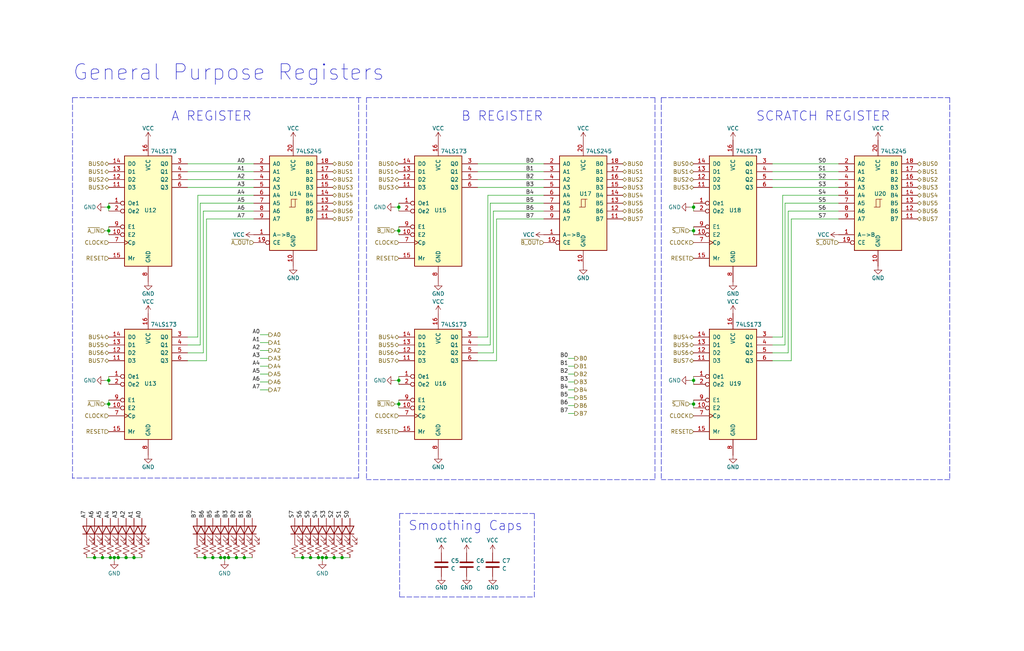
<source format=kicad_sch>
(kicad_sch (version 20211123) (generator eeschema)
  (paper "User" 329.997 210.007)
  (lib_symbols
    (symbol "74xx:74LS173" (pin_names (offset 1.016))
      (property "Reference" "U" (at -7.62 19.05 0))
      (property "Value" "74LS173" (at -7.62 -19.05 0))
      (symbol "74LS173_1_0"
        (pin input inverted (at -12.7 2.54 0) (length 5.08) (name "Oe1") (number "1"))
        (pin input inverted (at -12.7 -7.62 0) (length 5.08) (name "E2") (number "10"))
        (pin input line (at -12.7 7.62 0) (length 5.08) (name "D3") (number "11"))
        (pin input line (at -12.7 10.16 0) (length 5.08) (name "D2") (number "12"))
        (pin input line (at -12.7 12.7 0) (length 5.08) (name "D1") (number "13"))
        (pin input line (at -12.7 15.24 0) (length 5.08) (name "D0") (number "14"))
        (pin input line (at -12.7 -15.24 0) (length 5.08) (name "Mr") (number "15"))
        (pin power_in line (at 0 22.86 270) (length 5.08) (name "VCC") (number "16"))
        (pin input inverted (at -12.7 0 0) (length 5.08) (name "Oe2") (number "2"))
        (pin tri_state line (at 12.7 15.24 180) (length 5.08) (name "Q0") (number "3"))
        (pin tri_state line (at 12.7 12.7 180) (length 5.08) (name "Q1") (number "4"))
        (pin tri_state line (at 12.7 10.16 180) (length 5.08) (name "Q2") (number "5"))
        (pin tri_state line (at 12.7 7.62 180) (length 5.08) (name "Q3") (number "6"))
        (pin input clock (at -12.7 -10.16 0) (length 5.08) (name "Cp") (number "7"))
        (pin power_in line (at 0 -22.86 90) (length 5.08) (name "GND") (number "8"))
        (pin input inverted (at -12.7 -5.08 0) (length 5.08) (name "E1") (number "9"))
      )
      (symbol "74LS173_1_1"
        (rectangle (start -7.62 17.78) (end 7.62 -17.78) (stroke (width 0.254)) (fill (type background)))
      )
    )
    (symbol "74xx:74LS245" (pin_names (offset 1.016))
      (property "Reference" "U" (at -7.62 16.51 0))
      (property "Value" "74LS245" (at -7.62 -16.51 0))
      (symbol "74LS245_1_0"
        (polyline (pts (xy -0.635 -1.27) (xy -0.635 1.27) (xy 0.635 1.27)))
        (polyline (pts (xy -1.27 -1.27) (xy 0.635 -1.27) (xy 0.635 1.27) (xy 1.27 1.27)))
        (pin input line (at -12.7 -10.16 0) (length 5.08) (name "A->B") (number "1"))
        (pin power_in line (at 0 -20.32 90) (length 5.08) (name "GND") (number "10"))
        (pin tri_state line (at 12.7 -5.08 180) (length 5.08) (name "B7") (number "11"))
        (pin tri_state line (at 12.7 -2.54 180) (length 5.08) (name "B6") (number "12"))
        (pin tri_state line (at 12.7 0 180) (length 5.08) (name "B5") (number "13"))
        (pin tri_state line (at 12.7 2.54 180) (length 5.08) (name "B4") (number "14"))
        (pin tri_state line (at 12.7 5.08 180) (length 5.08) (name "B3") (number "15"))
        (pin tri_state line (at 12.7 7.62 180) (length 5.08) (name "B2") (number "16"))
        (pin tri_state line (at 12.7 10.16 180) (length 5.08) (name "B1") (number "17"))
        (pin tri_state line (at 12.7 12.7 180) (length 5.08) (name "B0") (number "18"))
        (pin input inverted (at -12.7 -12.7 0) (length 5.08) (name "CE") (number "19"))
        (pin tri_state line (at -12.7 12.7 0) (length 5.08) (name "A0") (number "2"))
        (pin power_in line (at 0 20.32 270) (length 5.08) (name "VCC") (number "20"))
        (pin tri_state line (at -12.7 10.16 0) (length 5.08) (name "A1") (number "3"))
        (pin tri_state line (at -12.7 7.62 0) (length 5.08) (name "A2") (number "4"))
        (pin tri_state line (at -12.7 5.08 0) (length 5.08) (name "A3") (number "5"))
        (pin tri_state line (at -12.7 2.54 0) (length 5.08) (name "A4") (number "6"))
        (pin tri_state line (at -12.7 0 0) (length 5.08) (name "A5") (number "7"))
        (pin tri_state line (at -12.7 -2.54 0) (length 5.08) (name "A6") (number "8"))
        (pin tri_state line (at -12.7 -5.08 0) (length 5.08) (name "A7") (number "9"))
      )
      (symbol "74LS245_1_1"
        (rectangle (start -7.62 15.24) (end 7.62 -15.24) (stroke (width 0.254)) (fill (type background)))
      )
    )
    (symbol "Device:C" (pin_numbers hide) (pin_names (offset 0.254))
      (property "Reference" "C" (at 0.635 2.54 0))
      (property "Value" "C" (at 0.635 -2.54 0))
      (symbol "C_0_1"
        (polyline (pts (xy -2.032 -0.762) (xy 2.032 -0.762)) (stroke (width 0.508)))
        (polyline (pts (xy -2.032 0.762) (xy 2.032 0.762)) (stroke (width 0.508)))
      )
      (symbol "C_1_1"
        (pin passive line (at 0 3.81 270) (length 2.794) (name "~") (number "1"))
        (pin passive line (at 0 -3.81 90) (length 2.794) (name "~") (number "2"))
      )
    )
    (symbol "Device:LED" (pin_numbers hide) (pin_names (offset 1.016) hide)
      (property "Reference" "D" (at 0 2.54 0))
      (property "Value" "LED" (at 0 -2.54 0))
      (symbol "LED_0_1"
        (polyline (pts (xy -1.27 -1.27) (xy -1.27 1.27)) (stroke (width 0.254)))
        (polyline (pts (xy -1.27 0) (xy 1.27 0)))
        (polyline (pts (xy 1.27 -1.27) (xy 1.27 1.27) (xy -1.27 0) (xy 1.27 -1.27)) (stroke (width 0.254)))
        (polyline (pts (xy -3.048 -0.762) (xy -4.572 -2.286) (xy -3.81 -2.286) (xy -4.572 -2.286) (xy -4.572 -1.524)))
        (polyline (pts (xy -1.778 -0.762) (xy -3.302 -2.286) (xy -2.54 -2.286) (xy -3.302 -2.286) (xy -3.302 -1.524)))
      )
      (symbol "LED_1_1"
        (pin passive line (at -3.81 0 0) (length 2.54) (name "K") (number "1"))
        (pin passive line (at 3.81 0 180) (length 2.54) (name "A") (number "2"))
      )
    )
    (symbol "Device:R_Small_US" (pin_numbers hide) (pin_names (offset 0.254) hide)
      (property "Reference" "R" (at 0.762 0.508 0))
      (property "Value" "R_Small_US" (at 0.762 -1.016 0))
      (symbol "R_Small_US_1_1"
        (polyline (pts (xy 0 0) (xy 1.016 -0.381) (xy 0 -0.762) (xy -1.016 -1.143) (xy 0 -1.524)))
        (polyline (pts (xy 0 1.524) (xy 1.016 1.143) (xy 0 0.762) (xy -1.016 0.381) (xy 0 0)))
        (pin passive line (at 0 2.54 270) (length 1.016) (name "~") (number "1"))
        (pin passive line (at 0 -2.54 90) (length 1.016) (name "~") (number "2"))
      )
    )
    (symbol "power:GND" (power) (pin_names (offset 0))
      (property "Value" "GND" (at 0 -3.81 0))
      (symbol "GND_0_1"
        (polyline (pts (xy 0 0) (xy 0 -1.27) (xy 1.27 -1.27) (xy 0 -2.54) (xy -1.27 -1.27) (xy 0 -1.27)))
      )
      (symbol "GND_1_1"
        (pin power_in line (at 0 0 270) (length 0) hide (name "GND") (number "1"))
      )
    )
    (symbol "power:VCC" (power) (pin_names (offset 0))
      (property "Value" "VCC" (at 0 3.81 0))
      (symbol "VCC_0_1"
        (polyline (pts (xy -0.762 1.27) (xy 0 2.54)))
        (polyline (pts (xy 0 0) (xy 0 2.54)))
        (polyline (pts (xy 0 2.54) (xy 0.762 1.27)))
      )
      (symbol "VCC_1_1"
        (pin power_in line (at 0 0 90) (length 0) hide (name "VCC") (number "1"))
      )
    )
  )
  (junction (at 223.52 122.682))
  (junction (at 38.1 179.832))
  (junction (at 128.524 122.682))
  (junction (at 36.83 179.832))
  (junction (at 110.236 179.832))
  (junction (at 40.64 179.832))
  (junction (at 78.74 179.832))
  (junction (at 223.52 66.802))
  (junction (at 66.04 179.832))
  (junction (at 72.39 179.832))
  (junction (at 35.052 122.682))
  (junction (at 35.56 179.832))
  (junction (at 35.052 130.302))
  (junction (at 223.52 130.302))
  (junction (at 30.48 179.832))
  (junction (at 102.616 179.832))
  (junction (at 35.052 74.422))
  (junction (at 73.66 179.832))
  (junction (at 33.02 179.832))
  (junction (at 100.076 179.832))
  (junction (at 128.524 130.302))
  (junction (at 128.524 74.422))
  (junction (at 76.2 179.832))
  (junction (at 103.886 179.832))
  (junction (at 107.696 179.832))
  (junction (at 105.156 179.832))
  (junction (at 128.524 66.802))
  (junction (at 35.052 66.802))
  (junction (at 223.52 74.422))
  (junction (at 71.12 179.832))
  (junction (at 68.58 179.832))
  (junction (at 97.536 179.832))
  (junction (at 43.18 179.832))
  (wire (pts (xy 159.004 68.072) (xy 159.004 113.792)))
  (wire (pts (xy 128.524 130.302) (xy 128.524 131.572)))
  (wire (pts (xy 71.12 179.832) (xy 72.39 179.832)))
  (wire (pts (xy 100.076 179.832) (xy 102.616 179.832)))
  (wire (pts (xy 255.016 116.332) (xy 255.016 70.612)))
  (wire (pts (xy 248.92 111.252) (xy 252.984 111.252)))
  (wire (pts (xy 81.788 68.072) (xy 65.532 68.072)))
  (wire (pts (xy 157.988 65.532) (xy 175.26 65.532)))
  (wire (pts (xy 128.524 122.682) (xy 128.524 123.952)))
  (wire (pts (xy 76.2 179.832) (xy 78.74 179.832)))
  (wire (pts (xy 63.754 62.992) (xy 63.754 108.712)))
  (wire (pts (xy 157.226 62.992) (xy 157.226 108.712)))
  (polyline (pts (xy 147.828 165.608) (xy 172.212 165.608)))
  (wire (pts (xy 185.166 118.11) (xy 183.134 118.11)))
  (wire (pts (xy 60.452 111.252) (xy 64.516 111.252)))
  (wire (pts (xy 175.26 62.992) (xy 157.226 62.992)))
  (wire (pts (xy 97.536 179.832) (xy 100.076 179.832)))
  (wire (pts (xy 222.25 74.422) (xy 223.52 74.422)))
  (wire (pts (xy 127.254 130.302) (xy 128.524 130.302)))
  (wire (pts (xy 73.66 179.832) (xy 76.2 179.832)))
  (wire (pts (xy 36.83 179.832) (xy 36.83 180.848)))
  (wire (pts (xy 83.82 123.19) (xy 86.614 123.19)))
  (wire (pts (xy 66.548 116.332) (xy 66.548 70.612)))
  (polyline (pts (xy 118.11 31.496) (xy 211.074 31.496)))
  (polyline (pts (xy 306.07 31.496) (xy 306.07 154.686)))
  (wire (pts (xy 223.52 74.422) (xy 223.52 75.692)))
  (polyline (pts (xy 211.074 31.496) (xy 211.074 154.686)))
  (wire (pts (xy 33.782 74.422) (xy 35.052 74.422)))
  (wire (pts (xy 223.52 130.302) (xy 223.52 131.572)))
  (wire (pts (xy 35.052 130.302) (xy 35.052 131.572)))
  (wire (pts (xy 160.02 70.612) (xy 175.26 70.612)))
  (wire (pts (xy 159.004 113.792) (xy 153.924 113.792)))
  (wire (pts (xy 157.988 111.252) (xy 157.988 65.532)))
  (wire (pts (xy 35.052 73.152) (xy 35.052 74.422)))
  (wire (pts (xy 66.04 179.832) (xy 68.58 179.832)))
  (wire (pts (xy 63.5 179.832) (xy 66.04 179.832)))
  (wire (pts (xy 127.254 74.422) (xy 128.524 74.422)))
  (wire (pts (xy 270.256 68.072) (xy 254 68.072)))
  (wire (pts (xy 252.984 65.532) (xy 270.256 65.532)))
  (wire (pts (xy 185.166 130.81) (xy 183.134 130.81)))
  (wire (pts (xy 83.82 125.73) (xy 86.614 125.73)))
  (polyline (pts (xy 115.57 31.496) (xy 115.57 154.178)))
  (polyline (pts (xy 128.778 192.532) (xy 172.212 192.532)))
  (wire (pts (xy 35.56 179.832) (xy 36.83 179.832)))
  (wire (pts (xy 185.166 115.57) (xy 183.134 115.57)))
  (wire (pts (xy 222.25 122.682) (xy 223.52 122.682)))
  (wire (pts (xy 60.452 57.912) (xy 81.788 57.912)))
  (polyline (pts (xy 306.07 154.686) (xy 213.106 154.686)))
  (wire (pts (xy 103.886 179.832) (xy 105.156 179.832)))
  (wire (pts (xy 102.616 179.832) (xy 103.886 179.832)))
  (wire (pts (xy 255.016 70.612) (xy 270.256 70.612)))
  (wire (pts (xy 222.25 66.802) (xy 223.52 66.802)))
  (wire (pts (xy 254 68.072) (xy 254 113.792)))
  (wire (pts (xy 248.92 116.332) (xy 255.016 116.332)))
  (wire (pts (xy 185.166 120.65) (xy 183.134 120.65)))
  (wire (pts (xy 185.166 133.35) (xy 183.134 133.35)))
  (wire (pts (xy 94.996 179.832) (xy 97.536 179.832)))
  (wire (pts (xy 35.052 66.802) (xy 35.052 68.072)))
  (wire (pts (xy 254 113.792) (xy 248.92 113.792)))
  (wire (pts (xy 33.02 179.832) (xy 35.56 179.832)))
  (wire (pts (xy 83.82 118.11) (xy 86.614 118.11)))
  (wire (pts (xy 157.226 108.712) (xy 153.924 108.712)))
  (wire (pts (xy 35.052 121.412) (xy 35.052 122.682)))
  (wire (pts (xy 27.94 179.832) (xy 30.48 179.832)))
  (wire (pts (xy 223.52 129.032) (xy 223.52 130.302)))
  (wire (pts (xy 83.82 113.03) (xy 86.614 113.03)))
  (wire (pts (xy 33.782 130.302) (xy 35.052 130.302)))
  (wire (pts (xy 60.452 55.372) (xy 81.788 55.372)))
  (wire (pts (xy 35.052 129.032) (xy 35.052 130.302)))
  (wire (pts (xy 33.782 122.682) (xy 35.052 122.682)))
  (wire (pts (xy 60.452 52.832) (xy 81.788 52.832)))
  (wire (pts (xy 66.548 70.612) (xy 81.788 70.612)))
  (wire (pts (xy 223.52 121.412) (xy 223.52 122.682)))
  (wire (pts (xy 185.166 125.73) (xy 183.134 125.73)))
  (wire (pts (xy 153.924 52.832) (xy 175.26 52.832)))
  (wire (pts (xy 107.696 179.832) (xy 110.236 179.832)))
  (wire (pts (xy 60.452 60.452) (xy 81.788 60.452)))
  (polyline (pts (xy 115.57 154.178) (xy 23.368 154.178)))
  (wire (pts (xy 83.82 120.65) (xy 86.614 120.65)))
  (wire (pts (xy 252.984 111.252) (xy 252.984 65.532)))
  (wire (pts (xy 38.1 179.832) (xy 40.64 179.832)))
  (wire (pts (xy 153.924 55.372) (xy 175.26 55.372)))
  (wire (pts (xy 78.74 179.832) (xy 81.28 179.832)))
  (wire (pts (xy 72.39 179.832) (xy 72.39 180.848)))
  (wire (pts (xy 72.39 179.832) (xy 73.66 179.832)))
  (wire (pts (xy 270.256 62.992) (xy 252.222 62.992)))
  (wire (pts (xy 63.754 108.712) (xy 60.452 108.712)))
  (wire (pts (xy 65.532 113.792) (xy 60.452 113.792)))
  (wire (pts (xy 64.516 65.532) (xy 81.788 65.532)))
  (wire (pts (xy 30.48 179.832) (xy 33.02 179.832)))
  (wire (pts (xy 83.82 107.95) (xy 86.614 107.95)))
  (wire (pts (xy 105.156 179.832) (xy 107.696 179.832)))
  (wire (pts (xy 175.26 68.072) (xy 159.004 68.072)))
  (wire (pts (xy 33.782 66.802) (xy 35.052 66.802)))
  (wire (pts (xy 128.524 66.802) (xy 128.524 68.072)))
  (wire (pts (xy 252.222 62.992) (xy 252.222 108.712)))
  (wire (pts (xy 223.52 66.802) (xy 223.52 68.072)))
  (wire (pts (xy 153.924 57.912) (xy 175.26 57.912)))
  (wire (pts (xy 127.254 66.802) (xy 128.524 66.802)))
  (wire (pts (xy 40.64 179.832) (xy 43.18 179.832)))
  (wire (pts (xy 35.052 74.422) (xy 35.052 75.692)))
  (wire (pts (xy 64.516 111.252) (xy 64.516 65.532)))
  (wire (pts (xy 153.924 60.452) (xy 175.26 60.452)))
  (wire (pts (xy 128.524 129.032) (xy 128.524 130.302)))
  (wire (pts (xy 153.924 111.252) (xy 157.988 111.252)))
  (polyline (pts (xy 213.106 31.496) (xy 306.07 31.496)))
  (wire (pts (xy 128.524 74.422) (xy 128.524 75.692)))
  (wire (pts (xy 36.83 179.832) (xy 38.1 179.832)))
  (wire (pts (xy 223.52 65.532) (xy 223.52 66.802)))
  (wire (pts (xy 110.236 179.832) (xy 112.776 179.832)))
  (polyline (pts (xy 23.368 31.496) (xy 23.368 154.686)))
  (wire (pts (xy 83.82 110.49) (xy 86.614 110.49)))
  (polyline (pts (xy 23.368 31.496) (xy 116.332 31.496)))
  (wire (pts (xy 222.25 130.302) (xy 223.52 130.302)))
  (wire (pts (xy 248.92 60.452) (xy 270.256 60.452)))
  (wire (pts (xy 43.18 179.832) (xy 45.72 179.832)))
  (polyline (pts (xy 118.11 31.496) (xy 118.11 154.686)))
  (polyline (pts (xy 172.212 192.532) (xy 172.212 165.608)))
  (wire (pts (xy 83.82 115.57) (xy 86.614 115.57)))
  (wire (pts (xy 128.524 121.412) (xy 128.524 122.682)))
  (wire (pts (xy 65.532 68.072) (xy 65.532 113.792)))
  (wire (pts (xy 153.924 116.332) (xy 160.02 116.332)))
  (wire (pts (xy 127.254 122.682) (xy 128.524 122.682)))
  (wire (pts (xy 252.222 108.712) (xy 248.92 108.712)))
  (polyline (pts (xy 148.336 165.608) (xy 128.778 165.608)))
  (polyline (pts (xy 128.778 165.608) (xy 128.778 192.532)))
  (wire (pts (xy 248.92 55.372) (xy 270.256 55.372)))
  (wire (pts (xy 223.52 122.682) (xy 223.52 123.952)))
  (wire (pts (xy 68.58 179.832) (xy 71.12 179.832)))
  (wire (pts (xy 81.788 62.992) (xy 63.754 62.992)))
  (wire (pts (xy 128.524 73.152) (xy 128.524 74.422)))
  (polyline (pts (xy 213.106 31.496) (xy 213.106 154.686)))
  (wire (pts (xy 160.02 116.332) (xy 160.02 70.612)))
  (wire (pts (xy 185.166 128.27) (xy 183.134 128.27)))
  (wire (pts (xy 128.524 65.532) (xy 128.524 66.802)))
  (wire (pts (xy 103.886 179.832) (xy 103.886 180.848)))
  (wire (pts (xy 248.92 57.912) (xy 270.256 57.912)))
  (wire (pts (xy 35.052 65.532) (xy 35.052 66.802)))
  (wire (pts (xy 223.52 73.152) (xy 223.52 74.422)))
  (polyline (pts (xy 211.074 154.686) (xy 118.11 154.686)))
  (wire (pts (xy 248.92 52.832) (xy 270.256 52.832)))
  (wire (pts (xy 35.052 122.682) (xy 35.052 123.952)))
  (wire (pts (xy 60.452 116.332) (xy 66.548 116.332)))
  (wire (pts (xy 185.166 123.19) (xy 183.134 123.19)))
  (text "B REGISTER" (at 148.59 39.37 0) (effects (font (size 3 3)) (justify left bottom)))
  (text "General Purpose Registers" (at 23.368 26.416 0) (effects (font (size 5 5)) (justify left bottom)))
  (text "SCRATCH REGISTER" (at 243.586 39.37 0) (effects (font (size 3 3)) (justify left bottom)))
  (text "A REGISTER" (at 55.118 39.37 0) (effects (font (size 3 3)) (justify left bottom)))
  (text "Smoothing Caps" (at 131.572 171.45 0) (effects (font (size 3 3)) (justify left bottom)))
  (label "S5" (at 100.076 167.132 90))
  (label "B6" (at 66.04 167.132 90))
  (label "B5" (at 68.58 167.132 90))
  (label "A4" (at 35.56 167.132 90))
  (label "B1" (at 183.134 118.11 180))
  (label "B2" (at 76.2 167.132 90))
  (label "S1" (at 263.652 55.372 0))
  (label "S0" (at 263.652 52.832 0))
  (label "A5" (at 33.02 167.132 90))
  (label "B2" (at 169.418 57.912 0))
  (label "S7" (at 263.652 70.612 0))
  (label "S5" (at 263.652 65.532 0))
  (label "A7" (at 76.454 70.612 0))
  (label "A0" (at 76.454 52.832 0))
  (label "A3" (at 76.454 60.452 0))
  (label "S6" (at 263.652 68.072 0))
  (label "B4" (at 71.12 167.132 90))
  (label "S0" (at 112.776 167.132 90))
  (label "S4" (at 263.652 62.992 0))
  (label "S3" (at 105.156 167.132 90))
  (label "B1" (at 169.418 55.372 0))
  (label "B0" (at 183.134 115.57 180))
  (label "B3" (at 183.134 123.19 180))
  (label "S2" (at 263.652 57.912 0))
  (label "B0" (at 169.418 52.832 0))
  (label "A3" (at 38.1 167.132 90))
  (label "A7" (at 27.94 167.132 90))
  (label "A1" (at 83.82 110.49 180))
  (label "S7" (at 94.996 167.132 90))
  (label "A6" (at 30.48 167.132 90))
  (label "A5" (at 76.454 65.532 0))
  (label "B4" (at 183.134 125.73 180))
  (label "B6" (at 183.134 130.81 180))
  (label "A1" (at 43.18 167.132 90))
  (label "A4" (at 76.454 62.992 0))
  (label "A6" (at 76.454 68.072 0))
  (label "S6" (at 97.536 167.132 90))
  (label "B7" (at 63.5 167.132 90))
  (label "S2" (at 107.696 167.132 90))
  (label "B7" (at 183.134 133.35 180))
  (label "A0" (at 83.82 107.95 180))
  (label "A2" (at 76.454 57.912 0))
  (label "B5" (at 169.418 65.532 0))
  (label "B3" (at 73.66 167.132 90))
  (label "B2" (at 183.134 120.65 180))
  (label "B5" (at 183.134 128.27 180))
  (label "B7" (at 169.418 70.612 0))
  (label "A3" (at 83.82 115.57 180))
  (label "B4" (at 169.418 62.992 0))
  (label "B3" (at 169.418 60.452 0))
  (label "S4" (at 102.616 167.132 90))
  (label "B1" (at 78.74 167.132 90))
  (label "A6" (at 83.82 123.19 180))
  (label "A5" (at 83.82 120.65 180))
  (label "B6" (at 169.418 68.072 0))
  (label "A7" (at 83.82 125.73 180))
  (label "S1" (at 110.236 167.132 90))
  (label "S3" (at 263.652 60.452 0))
  (label "A1" (at 76.454 55.372 0))
  (label "B0" (at 81.28 167.132 90))
  (label "A4" (at 83.82 118.11 180))
  (label "A2" (at 83.82 113.03 180))
  (label "A2" (at 40.64 167.132 90))
  (label "A0" (at 45.72 167.132 90))
  (hierarchical_label "BUS5" (shape tri_state) (at 200.66 65.532 0))
  (hierarchical_label "BUS4" (shape tri_state) (at 200.66 62.992 0))
  (hierarchical_label "B5" (shape output) (at 185.166 128.27 0))
  (hierarchical_label "BUS1" (shape tri_state) (at 200.66 55.372 0))
  (hierarchical_label "BUS7" (shape tri_state) (at 128.524 116.332 180))
  (hierarchical_label "~{A_OUT}" (shape input) (at 81.788 78.232 180))
  (hierarchical_label "~{A_IN}" (shape input) (at 33.782 74.422 180))
  (hierarchical_label "A1" (shape output) (at 86.614 110.49 0))
  (hierarchical_label "BUS5" (shape tri_state) (at 295.656 65.532 0))
  (hierarchical_label "~{A_IN}" (shape input) (at 33.782 130.302 180))
  (hierarchical_label "BUS2" (shape tri_state) (at 128.524 57.912 180))
  (hierarchical_label "BUS6" (shape tri_state) (at 35.052 113.792 180))
  (hierarchical_label "BUS6" (shape tri_state) (at 223.52 113.792 180))
  (hierarchical_label "BUS7" (shape tri_state) (at 200.66 70.612 0))
  (hierarchical_label "~{S_IN}" (shape input) (at 222.25 74.422 180))
  (hierarchical_label "BUS5" (shape tri_state) (at 128.524 111.252 180))
  (hierarchical_label "BUS1" (shape tri_state) (at 128.524 55.372 180))
  (hierarchical_label "CLOCK" (shape input) (at 128.524 78.232 180))
  (hierarchical_label "BUS3" (shape tri_state) (at 200.66 60.452 0))
  (hierarchical_label "BUS2" (shape tri_state) (at 295.656 57.912 0))
  (hierarchical_label "RESET" (shape input) (at 35.052 83.312 180))
  (hierarchical_label "BUS3" (shape tri_state) (at 295.656 60.452 0))
  (hierarchical_label "BUS0" (shape tri_state) (at 200.66 52.832 0))
  (hierarchical_label "BUS3" (shape tri_state) (at 128.524 60.452 180))
  (hierarchical_label "BUS0" (shape tri_state) (at 35.052 52.832 180))
  (hierarchical_label "BUS7" (shape tri_state) (at 107.188 70.612 0))
  (hierarchical_label "BUS4" (shape tri_state) (at 295.656 62.992 0))
  (hierarchical_label "BUS3" (shape tri_state) (at 223.52 60.452 180))
  (hierarchical_label "CLOCK" (shape input) (at 35.052 134.112 180))
  (hierarchical_label "BUS6" (shape tri_state) (at 295.656 68.072 0))
  (hierarchical_label "BUS2" (shape tri_state) (at 223.52 57.912 180))
  (hierarchical_label "~{B_IN}" (shape input) (at 127.254 74.422 180))
  (hierarchical_label "B3" (shape output) (at 185.166 123.19 0))
  (hierarchical_label "BUS2" (shape tri_state) (at 200.66 57.912 0))
  (hierarchical_label "BUS4" (shape tri_state) (at 35.052 108.712 180))
  (hierarchical_label "BUS1" (shape tri_state) (at 223.52 55.372 180))
  (hierarchical_label "A0" (shape output) (at 86.614 107.95 0))
  (hierarchical_label "BUS4" (shape tri_state) (at 107.188 62.992 0))
  (hierarchical_label "BUS3" (shape tri_state) (at 107.188 60.452 0))
  (hierarchical_label "BUS5" (shape tri_state) (at 35.052 111.252 180))
  (hierarchical_label "A5" (shape output) (at 86.614 120.65 0))
  (hierarchical_label "BUS0" (shape tri_state) (at 107.188 52.832 0))
  (hierarchical_label "BUS7" (shape tri_state) (at 35.052 116.332 180))
  (hierarchical_label "CLOCK" (shape input) (at 35.052 78.232 180))
  (hierarchical_label "BUS0" (shape tri_state) (at 295.656 52.832 0))
  (hierarchical_label "CLOCK" (shape input) (at 223.52 78.232 180))
  (hierarchical_label "B6" (shape output) (at 185.166 130.81 0))
  (hierarchical_label "CLOCK" (shape input) (at 128.524 134.112 180))
  (hierarchical_label "B2" (shape output) (at 185.166 120.65 0))
  (hierarchical_label "A6" (shape output) (at 86.614 123.19 0))
  (hierarchical_label "B1" (shape output) (at 185.166 118.11 0))
  (hierarchical_label "BUS0" (shape tri_state) (at 223.52 52.832 180))
  (hierarchical_label "BUS1" (shape tri_state) (at 107.188 55.372 0))
  (hierarchical_label "~{B_OUT}" (shape input) (at 175.26 78.232 180))
  (hierarchical_label "BUS6" (shape tri_state) (at 128.524 113.792 180))
  (hierarchical_label "BUS1" (shape tri_state) (at 295.656 55.372 0))
  (hierarchical_label "BUS2" (shape tri_state) (at 35.052 57.912 180))
  (hierarchical_label "BUS5" (shape tri_state) (at 223.52 111.252 180))
  (hierarchical_label "~{B_IN}" (shape input) (at 127.254 130.302 180))
  (hierarchical_label "A4" (shape output) (at 86.614 118.11 0))
  (hierarchical_label "~{S_IN}" (shape input) (at 222.25 130.302 180))
  (hierarchical_label "RESET" (shape input) (at 35.052 139.192 180))
  (hierarchical_label "A3" (shape output) (at 86.614 115.57 0))
  (hierarchical_label "BUS4" (shape tri_state) (at 223.52 108.712 180))
  (hierarchical_label "BUS0" (shape tri_state) (at 128.524 52.832 180))
  (hierarchical_label "B4" (shape output) (at 185.166 125.73 0))
  (hierarchical_label "BUS7" (shape tri_state) (at 223.52 116.332 180))
  (hierarchical_label "BUS6" (shape tri_state) (at 200.66 68.072 0))
  (hierarchical_label "BUS5" (shape tri_state) (at 107.188 65.532 0))
  (hierarchical_label "A7" (shape output) (at 86.614 125.73 0))
  (hierarchical_label "BUS2" (shape tri_state) (at 107.188 57.912 0))
  (hierarchical_label "BUS7" (shape tri_state) (at 295.656 70.612 0))
  (hierarchical_label "BUS6" (shape tri_state) (at 107.188 68.072 0))
  (hierarchical_label "~{S_OUT}" (shape input) (at 270.256 78.232 180))
  (hierarchical_label "RESET" (shape input) (at 128.524 83.312 180))
  (hierarchical_label "RESET" (shape input) (at 223.52 139.192 180))
  (hierarchical_label "BUS4" (shape tri_state) (at 128.524 108.712 180))
  (hierarchical_label "CLOCK" (shape input) (at 223.52 134.112 180))
  (hierarchical_label "A2" (shape output) (at 86.614 113.03 0))
  (hierarchical_label "B0" (shape output) (at 185.166 115.57 0))
  (hierarchical_label "RESET" (shape input) (at 128.524 139.192 180))
  (hierarchical_label "BUS3" (shape tri_state) (at 35.052 60.452 180))
  (hierarchical_label "RESET" (shape input) (at 223.52 83.312 180))
  (hierarchical_label "B7" (shape output) (at 185.166 133.35 0))
  (hierarchical_label "BUS1" (shape tri_state) (at 35.052 55.372 180))
  (symbol (lib_id "74xx:74LS245") (at 187.96 65.532 0) (unit 1)
    (property "Reference" "U17" (at 186.69 62.484 0) (effects (justify left)))
    (property "Value" "74LS245" (at 188.722 48.768 0) (effects (justify left)))
    (property "Footprint" "Package_SO:TSSOP-20_4.4x6.5mm_P0.65mm" (effects hide))
    (property "Datasheet" "http://www.ti.com/lit/gpn/sn74LS245" (effects hide))
  )
  (symbol (lib_id "74xx:74LS245") (at 94.488 65.532 0) (unit 1)
    (property "Reference" "U14" (at 93.218 62.484 0) (effects (justify left)))
    (property "Value" "74LS245" (at 95.25 48.768 0) (effects (justify left)))
    (property "Footprint" "Package_SO:TSSOP-20_4.4x6.5mm_P0.65mm" (effects hide))
    (property "Datasheet" "http://www.ti.com/lit/gpn/sn74LS245" (effects hide))
  )
  (symbol (lib_id "power:GND") (at 236.22 146.812 0) (unit 1)
    (property "Reference" "#PWR072" (effects hide))
    (property "Value" "GND" (at 236.22 150.622 0))
  )
  (symbol (lib_id "Device:LED") (at 81.28 170.942 90) (unit 1)
    (property "Reference" "D27" (effects hide))
    (property "Value" "LED" (effects hide))
    (property "Footprint" "LED_SMD:LED_0805_2012Metric" (effects hide))
  )
  (symbol (lib_id "Device:R_Small_US") (at 94.996 177.292 0) (unit 1)
    (property "Reference" "R28" (effects hide))
    (property "Value" "R_Small_US" (effects hide))
    (property "Footprint" "Resistor_SMD:R_0805_2012Metric" (effects hide))
  )
  (symbol (lib_id "power:GND") (at 150.368 185.928 0) (unit 1)
    (property "Reference" "#PWR061" (effects hide))
    (property "Value" "GND" (at 150.368 189.484 0))
  )
  (symbol (lib_id "Device:LED") (at 110.236 170.942 90) (unit 1)
    (property "Reference" "D34" (effects hide))
    (property "Value" "LED" (effects hide))
    (property "Footprint" "LED_SMD:LED_0805_2012Metric" (effects hide))
  )
  (symbol (lib_id "Device:R_Small_US") (at 81.28 177.292 0) (unit 1)
    (property "Reference" "R27" (effects hide))
    (property "Value" "R_Small_US" (effects hide))
    (property "Footprint" "Resistor_SMD:R_0805_2012Metric" (effects hide))
  )
  (symbol (lib_id "power:VCC") (at 150.368 178.308 0) (unit 1)
    (property "Reference" "#PWR060" (effects hide))
    (property "Value" "VCC" (at 150.368 174.244 0))
  )
  (symbol (lib_id "Device:LED") (at 63.5 170.942 90) (unit 1)
    (property "Reference" "D20" (effects hide))
    (property "Value" "LED" (effects hide))
    (property "Footprint" "LED_SMD:LED_0805_2012Metric" (effects hide))
  )
  (symbol (lib_id "Device:LED") (at 35.56 170.942 90) (unit 1)
    (property "Reference" "D15" (effects hide))
    (property "Value" "LED" (effects hide))
    (property "Footprint" "LED_SMD:LED_0805_2012Metric" (effects hide))
  )
  (symbol (lib_id "Device:LED") (at 112.776 170.942 90) (unit 1)
    (property "Reference" "D35" (effects hide))
    (property "Value" "LED" (effects hide))
    (property "Footprint" "LED_SMD:LED_0805_2012Metric" (effects hide))
  )
  (symbol (lib_id "power:GND") (at 141.224 90.932 0) (unit 1)
    (property "Reference" "#PWR055" (effects hide))
    (property "Value" "GND" (at 141.224 94.742 0))
  )
  (symbol (lib_id "Device:R_Small_US") (at 40.64 177.292 0) (unit 1)
    (property "Reference" "R17" (effects hide))
    (property "Value" "R_Small_US" (effects hide))
    (property "Footprint" "Resistor_SMD:R_0805_2012Metric" (effects hide))
  )
  (symbol (lib_id "power:GND") (at 282.956 85.852 0) (unit 1)
    (property "Reference" "#PWR075" (effects hide))
    (property "Value" "GND" (at 282.956 89.662 0))
  )
  (symbol (lib_id "power:GND") (at 222.25 122.682 270) (unit 1)
    (property "Reference" "#PWR068" (effects hide))
    (property "Value" "GND" (at 217.424 122.682 90))
  )
  (symbol (lib_id "Device:LED") (at 27.94 170.942 90) (unit 1)
    (property "Reference" "D12" (effects hide))
    (property "Value" "LED" (effects hide))
    (property "Footprint" "LED_SMD:LED_0805_2012Metric" (effects hide))
  )
  (symbol (lib_id "Device:C") (at 158.75 182.118 0) (unit 1)
    (property "Reference" "C7" (at 161.798 180.8479 0) (effects (justify left)))
    (property "Value" "C" (at 161.798 183.3879 0) (effects (justify left)))
    (property "Footprint" "Capacitor_SMD:C_0805_2012Metric" (effects hide))
  )
  (symbol (lib_id "Device:LED") (at 30.48 170.942 90) (unit 1)
    (property "Reference" "D13" (effects hide))
    (property "Value" "LED" (effects hide))
    (property "Footprint" "LED_SMD:LED_0805_2012Metric" (effects hide))
  )
  (symbol (lib_id "power:VCC") (at 47.752 45.212 0) (unit 1)
    (property "Reference" "#PWR043" (effects hide))
    (property "Value" "VCC" (at 47.752 41.402 0))
  )
  (symbol (lib_id "Device:LED") (at 94.996 170.942 90) (unit 1)
    (property "Reference" "D28" (effects hide))
    (property "Value" "LED" (effects hide))
    (property "Footprint" "LED_SMD:LED_0805_2012Metric" (effects hide))
  )
  (symbol (lib_id "power:GND") (at 33.782 122.682 270) (unit 1)
    (property "Reference" "#PWR041" (effects hide))
    (property "Value" "GND" (at 28.956 122.682 90))
  )
  (symbol (lib_id "Device:C") (at 150.368 182.118 0) (unit 1)
    (property "Reference" "C6" (at 153.416 180.8479 0) (effects (justify left)))
    (property "Value" "C" (at 153.416 183.3879 0) (effects (justify left)))
    (property "Footprint" "Capacitor_SMD:C_0805_2012Metric" (effects hide))
  )
  (symbol (lib_id "power:VCC") (at 94.488 45.212 0) (unit 1)
    (property "Reference" "#PWR049" (effects hide))
    (property "Value" "VCC" (at 94.488 41.402 0))
  )
  (symbol (lib_id "power:GND") (at 47.752 146.812 0) (unit 1)
    (property "Reference" "#PWR046" (effects hide))
    (property "Value" "GND" (at 47.752 150.622 0))
  )
  (symbol (lib_id "Device:R_Small_US") (at 97.536 177.292 0) (unit 1)
    (property "Reference" "R29" (effects hide))
    (property "Value" "R_Small_US" (effects hide))
    (property "Footprint" "Resistor_SMD:R_0805_2012Metric" (effects hide))
  )
  (symbol (lib_id "Device:R_Small_US") (at 102.616 177.292 0) (unit 1)
    (property "Reference" "R31" (effects hide))
    (property "Value" "R_Small_US" (effects hide))
    (property "Footprint" "Resistor_SMD:R_0805_2012Metric" (effects hide))
  )
  (symbol (lib_id "Device:R_Small_US") (at 43.18 177.292 0) (unit 1)
    (property "Reference" "R18" (effects hide))
    (property "Value" "R_Small_US" (effects hide))
    (property "Footprint" "Resistor_SMD:R_0805_2012Metric" (effects hide))
  )
  (symbol (lib_id "Device:LED") (at 38.1 170.942 90) (unit 1)
    (property "Reference" "D16" (effects hide))
    (property "Value" "LED" (effects hide))
    (property "Footprint" "LED_SMD:LED_0805_2012Metric" (effects hide))
  )
  (symbol (lib_id "Device:R_Small_US") (at 73.66 177.292 0) (unit 1)
    (property "Reference" "R24" (effects hide))
    (property "Value" "R_Small_US" (effects hide))
    (property "Footprint" "Resistor_SMD:R_0805_2012Metric" (effects hide))
  )
  (symbol (lib_id "Device:LED") (at 66.04 170.942 90) (unit 1)
    (property "Reference" "D21" (effects hide))
    (property "Value" "LED" (effects hide))
    (property "Footprint" "LED_SMD:LED_0805_2012Metric" (effects hide))
  )
  (symbol (lib_id "power:GND") (at 127.254 66.802 270) (unit 1)
    (property "Reference" "#PWR052" (effects hide))
    (property "Value" "GND" (at 122.428 66.802 90))
  )
  (symbol (lib_id "power:VCC") (at 47.752 101.092 0) (unit 1)
    (property "Reference" "#PWR045" (effects hide))
    (property "Value" "VCC" (at 47.752 97.282 0))
  )
  (symbol (lib_id "power:VCC") (at 270.256 75.692 90) (unit 1)
    (property "Reference" "#PWR073" (effects hide))
    (property "Value" "VCC" (at 265.43 75.692 90))
  )
  (symbol (lib_id "Device:R_Small_US") (at 105.156 177.292 0) (unit 1)
    (property "Reference" "R32" (effects hide))
    (property "Value" "R_Small_US" (effects hide))
    (property "Footprint" "Resistor_SMD:R_0805_2012Metric" (effects hide))
  )
  (symbol (lib_id "power:GND") (at 187.96 85.852 0) (unit 1)
    (property "Reference" "#PWR066" (effects hide))
    (property "Value" "GND" (at 187.96 89.662 0))
  )
  (symbol (lib_id "Device:LED") (at 45.72 170.942 90) (unit 1)
    (property "Reference" "D19" (effects hide))
    (property "Value" "LED" (effects hide))
    (property "Footprint" "LED_SMD:LED_0805_2012Metric" (effects hide))
  )
  (symbol (lib_id "power:GND") (at 47.752 90.932 0) (unit 1)
    (property "Reference" "#PWR044" (effects hide))
    (property "Value" "GND" (at 47.752 94.742 0))
  )
  (symbol (lib_id "Device:R_Small_US") (at 66.04 177.292 0) (unit 1)
    (property "Reference" "R21" (effects hide))
    (property "Value" "R_Small_US" (effects hide))
    (property "Footprint" "Resistor_SMD:R_0805_2012Metric" (effects hide))
  )
  (symbol (lib_id "power:GND") (at 94.488 85.852 0) (unit 1)
    (property "Reference" "#PWR050" (effects hide))
    (property "Value" "GND" (at 94.488 89.662 0))
  )
  (symbol (lib_id "power:GND") (at 127.254 122.682 270) (unit 1)
    (property "Reference" "#PWR053" (effects hide))
    (property "Value" "GND" (at 122.428 122.682 90))
  )
  (symbol (lib_id "Device:LED") (at 33.02 170.942 90) (unit 1)
    (property "Reference" "D14" (effects hide))
    (property "Value" "LED" (effects hide))
    (property "Footprint" "LED_SMD:LED_0805_2012Metric" (effects hide))
  )
  (symbol (lib_id "Device:R_Small_US") (at 38.1 177.292 0) (unit 1)
    (property "Reference" "R16" (effects hide))
    (property "Value" "R_Small_US" (effects hide))
    (property "Footprint" "Resistor_SMD:R_0805_2012Metric" (effects hide))
  )
  (symbol (lib_id "Device:R_Small_US") (at 35.56 177.292 0) (unit 1)
    (property "Reference" "R15" (effects hide))
    (property "Value" "R_Small_US" (effects hide))
    (property "Footprint" "Resistor_SMD:R_0805_2012Metric" (effects hide))
  )
  (symbol (lib_id "Device:R_Small_US") (at 45.72 177.292 0) (unit 1)
    (property "Reference" "R19" (effects hide))
    (property "Value" "R_Small_US" (effects hide))
    (property "Footprint" "Resistor_SMD:R_0805_2012Metric" (effects hide))
  )
  (symbol (lib_id "power:GND") (at 72.39 180.848 0) (unit 1)
    (property "Reference" "#PWR047" (effects hide))
    (property "Value" "GND" (at 72.39 184.912 0))
  )
  (symbol (lib_id "power:VCC") (at 236.22 101.092 0) (unit 1)
    (property "Reference" "#PWR071" (effects hide))
    (property "Value" "VCC" (at 236.22 97.282 0))
  )
  (symbol (lib_id "Device:LED") (at 102.616 170.942 90) (unit 1)
    (property "Reference" "D31" (effects hide))
    (property "Value" "LED" (effects hide))
    (property "Footprint" "LED_SMD:LED_0805_2012Metric" (effects hide))
  )
  (symbol (lib_id "Device:LED") (at 100.076 170.942 90) (unit 1)
    (property "Reference" "D30" (effects hide))
    (property "Value" "LED" (effects hide))
    (property "Footprint" "LED_SMD:LED_0805_2012Metric" (effects hide))
  )
  (symbol (lib_id "Device:R_Small_US") (at 107.696 177.292 0) (unit 1)
    (property "Reference" "R33" (effects hide))
    (property "Value" "R_Small_US" (effects hide))
    (property "Footprint" "Resistor_SMD:R_0805_2012Metric" (effects hide))
  )
  (symbol (lib_id "Device:LED") (at 40.64 170.942 90) (unit 1)
    (property "Reference" "D17" (effects hide))
    (property "Value" "LED" (effects hide))
    (property "Footprint" "LED_SMD:LED_0805_2012Metric" (effects hide))
  )
  (symbol (lib_id "Device:LED") (at 78.74 170.942 90) (unit 1)
    (property "Reference" "D26" (effects hide))
    (property "Value" "LED" (effects hide))
    (property "Footprint" "LED_SMD:LED_0805_2012Metric" (effects hide))
  )
  (symbol (lib_id "power:GND") (at 141.224 146.812 0) (unit 1)
    (property "Reference" "#PWR057" (effects hide))
    (property "Value" "GND" (at 141.224 150.622 0))
  )
  (symbol (lib_id "74xx:74LS173") (at 141.224 68.072 0) (unit 1)
    (property "Reference" "U15" (at 139.954 67.818 0) (effects (justify left)))
    (property "Value" "74LS173" (at 141.986 48.768 0) (effects (justify left)))
    (property "Footprint" "Package_SO:TSSOP-16_4.4x5mm_P0.65mm" (effects hide))
    (property "Datasheet" "http://www.ti.com/lit/gpn/sn74LS173" (effects hide))
  )
  (symbol (lib_id "power:VCC") (at 81.788 75.692 90) (unit 1)
    (property "Reference" "#PWR048" (effects hide))
    (property "Value" "VCC" (at 76.962 75.692 90))
  )
  (symbol (lib_id "power:VCC") (at 141.224 101.092 0) (unit 1)
    (property "Reference" "#PWR056" (effects hide))
    (property "Value" "VCC" (at 141.224 97.282 0))
  )
  (symbol (lib_id "Device:LED") (at 71.12 170.942 90) (unit 1)
    (property "Reference" "D23" (effects hide))
    (property "Value" "LED" (effects hide))
    (property "Footprint" "LED_SMD:LED_0805_2012Metric" (effects hide))
  )
  (symbol (lib_id "Device:R_Small_US") (at 30.48 177.292 0) (unit 1)
    (property "Reference" "R13" (effects hide))
    (property "Value" "R_Small_US" (effects hide))
    (property "Footprint" "Resistor_SMD:R_0805_2012Metric" (effects hide))
  )
  (symbol (lib_id "power:VCC") (at 236.22 45.212 0) (unit 1)
    (property "Reference" "#PWR069" (effects hide))
    (property "Value" "VCC" (at 236.22 41.402 0))
  )
  (symbol (lib_id "74xx:74LS245") (at 282.956 65.532 0) (unit 1)
    (property "Reference" "U20" (at 281.686 62.484 0) (effects (justify left)))
    (property "Value" "74LS245" (at 283.718 48.768 0) (effects (justify left)))
    (property "Footprint" "Package_SO:TSSOP-20_4.4x6.5mm_P0.65mm" (effects hide))
    (property "Datasheet" "http://www.ti.com/lit/gpn/sn74LS245" (effects hide))
  )
  (symbol (lib_id "Device:LED") (at 68.58 170.942 90) (unit 1)
    (property "Reference" "D22" (effects hide))
    (property "Value" "LED" (effects hide))
    (property "Footprint" "LED_SMD:LED_0805_2012Metric" (effects hide))
  )
  (symbol (lib_id "power:VCC") (at 142.24 178.308 0) (unit 1)
    (property "Reference" "#PWR058" (effects hide))
    (property "Value" "VCC" (at 142.24 174.244 0))
  )
  (symbol (lib_id "Device:R_Small_US") (at 27.94 177.292 0) (unit 1)
    (property "Reference" "R12" (effects hide))
    (property "Value" "R_Small_US" (effects hide))
    (property "Footprint" "Resistor_SMD:R_0805_2012Metric" (effects hide))
  )
  (symbol (lib_id "Device:R_Small_US") (at 78.74 177.292 0) (unit 1)
    (property "Reference" "R26" (effects hide))
    (property "Value" "R_Small_US" (effects hide))
    (property "Footprint" "Resistor_SMD:R_0805_2012Metric" (effects hide))
  )
  (symbol (lib_id "74xx:74LS173") (at 47.752 68.072 0) (unit 1)
    (property "Reference" "U12" (at 46.482 67.818 0) (effects (justify left)))
    (property "Value" "74LS173" (at 48.514 48.768 0) (effects (justify left)))
    (property "Footprint" "Package_SO:TSSOP-16_4.4x5mm_P0.65mm" (effects hide))
    (property "Datasheet" "http://www.ti.com/lit/gpn/sn74LS173" (effects hide))
  )
  (symbol (lib_id "Device:R_Small_US") (at 110.236 177.292 0) (unit 1)
    (property "Reference" "R34" (effects hide))
    (property "Value" "R_Small_US" (effects hide))
    (property "Footprint" "Resistor_SMD:R_0805_2012Metric" (effects hide))
  )
  (symbol (lib_id "power:GND") (at 33.782 66.802 270) (unit 1)
    (property "Reference" "#PWR040" (effects hide))
    (property "Value" "GND" (at 28.956 66.802 90))
  )
  (symbol (lib_id "power:VCC") (at 158.75 178.308 0) (unit 1)
    (property "Reference" "#PWR062" (effects hide))
    (property "Value" "VCC" (at 158.75 174.244 0))
  )
  (symbol (lib_id "74xx:74LS173") (at 236.22 123.952 0) (unit 1)
    (property "Reference" "U19" (at 234.95 123.698 0) (effects (justify left)))
    (property "Value" "74LS173" (at 236.982 104.648 0) (effects (justify left)))
    (property "Footprint" "Package_SO:TSSOP-16_4.4x5mm_P0.65mm" (effects hide))
    (property "Datasheet" "http://www.ti.com/lit/gpn/sn74LS173" (effects hide))
  )
  (symbol (lib_id "Device:LED") (at 105.156 170.942 90) (unit 1)
    (property "Reference" "D32" (effects hide))
    (property "Value" "LED" (effects hide))
    (property "Footprint" "LED_SMD:LED_0805_2012Metric" (effects hide))
  )
  (symbol (lib_id "Device:R_Small_US") (at 63.5 177.292 0) (unit 1)
    (property "Reference" "R20" (effects hide))
    (property "Value" "R_Small_US" (effects hide))
    (property "Footprint" "Resistor_SMD:R_0805_2012Metric" (effects hide))
  )
  (symbol (lib_id "74xx:74LS173") (at 141.224 123.952 0) (unit 1)
    (property "Reference" "U16" (at 139.954 123.698 0) (effects (justify left)))
    (property "Value" "74LS173" (at 141.986 104.648 0) (effects (justify left)))
    (property "Footprint" "Package_SO:TSSOP-16_4.4x5mm_P0.65mm" (effects hide))
    (property "Datasheet" "http://www.ti.com/lit/gpn/sn74LS173" (effects hide))
  )
  (symbol (lib_id "Device:C") (at 142.24 182.118 0) (unit 1)
    (property "Reference" "C5" (at 145.288 180.8479 0) (effects (justify left)))
    (property "Value" "C" (at 145.288 183.3879 0) (effects (justify left)))
    (property "Footprint" "Capacitor_SMD:C_0805_2012Metric" (effects hide))
  )
  (symbol (lib_id "Device:R_Small_US") (at 68.58 177.292 0) (unit 1)
    (property "Reference" "R22" (effects hide))
    (property "Value" "R_Small_US" (effects hide))
    (property "Footprint" "Resistor_SMD:R_0805_2012Metric" (effects hide))
  )
  (symbol (lib_id "74xx:74LS173") (at 47.752 123.952 0) (unit 1)
    (property "Reference" "U13" (at 46.482 123.698 0) (effects (justify left)))
    (property "Value" "74LS173" (at 48.514 104.648 0) (effects (justify left)))
    (property "Footprint" "Package_SO:TSSOP-16_4.4x5mm_P0.65mm" (effects hide))
    (property "Datasheet" "http://www.ti.com/lit/gpn/sn74LS173" (effects hide))
  )
  (symbol (lib_id "Device:LED") (at 43.18 170.942 90) (unit 1)
    (property "Reference" "D18" (effects hide))
    (property "Value" "LED" (effects hide))
    (property "Footprint" "LED_SMD:LED_0805_2012Metric" (effects hide))
  )
  (symbol (lib_id "power:VCC") (at 187.96 45.212 0) (unit 1)
    (property "Reference" "#PWR065" (effects hide))
    (property "Value" "VCC" (at 187.96 41.402 0))
  )
  (symbol (lib_id "Device:LED") (at 73.66 170.942 90) (unit 1)
    (property "Reference" "D24" (effects hide))
    (property "Value" "LED" (effects hide))
    (property "Footprint" "LED_SMD:LED_0805_2012Metric" (effects hide))
  )
  (symbol (lib_id "Device:R_Small_US") (at 100.076 177.292 0) (unit 1)
    (property "Reference" "R30" (effects hide))
    (property "Value" "R_Small_US" (effects hide))
    (property "Footprint" "Resistor_SMD:R_0805_2012Metric" (effects hide))
  )
  (symbol (lib_id "Device:LED") (at 76.2 170.942 90) (unit 1)
    (property "Reference" "D25" (effects hide))
    (property "Value" "LED" (effects hide))
    (property "Footprint" "LED_SMD:LED_0805_2012Metric" (effects hide))
  )
  (symbol (lib_id "Device:R_Small_US") (at 76.2 177.292 0) (unit 1)
    (property "Reference" "R25" (effects hide))
    (property "Value" "R_Small_US" (effects hide))
    (property "Footprint" "Resistor_SMD:R_0805_2012Metric" (effects hide))
  )
  (symbol (lib_id "Device:R_Small_US") (at 33.02 177.292 0) (unit 1)
    (property "Reference" "R14" (effects hide))
    (property "Value" "R_Small_US" (effects hide))
    (property "Footprint" "Resistor_SMD:R_0805_2012Metric" (effects hide))
  )
  (symbol (lib_id "power:GND") (at 103.886 180.848 0) (unit 1)
    (property "Reference" "#PWR051" (effects hide))
    (property "Value" "GND" (at 103.886 184.912 0))
  )
  (symbol (lib_id "power:GND") (at 222.25 66.802 270) (unit 1)
    (property "Reference" "#PWR067" (effects hide))
    (property "Value" "GND" (at 217.424 66.802 90))
  )
  (symbol (lib_id "Device:R_Small_US") (at 112.776 177.292 0) (unit 1)
    (property "Reference" "R35" (effects hide))
    (property "Value" "R_Small_US" (effects hide))
    (property "Footprint" "Resistor_SMD:R_0805_2012Metric" (effects hide))
  )
  (symbol (lib_id "Device:LED") (at 97.536 170.942 90) (unit 1)
    (property "Reference" "D29" (effects hide))
    (property "Value" "LED" (effects hide))
    (property "Footprint" "LED_SMD:LED_0805_2012Metric" (effects hide))
  )
  (symbol (lib_id "power:GND") (at 236.22 90.932 0) (unit 1)
    (property "Reference" "#PWR070" (effects hide))
    (property "Value" "GND" (at 236.22 94.742 0))
  )
  (symbol (lib_id "power:VCC") (at 282.956 45.212 0) (unit 1)
    (property "Reference" "#PWR074" (effects hide))
    (property "Value" "VCC" (at 282.956 41.402 0))
  )
  (symbol (lib_id "74xx:74LS173") (at 236.22 68.072 0) (unit 1)
    (property "Reference" "U18" (at 234.95 67.818 0) (effects (justify left)))
    (property "Value" "74LS173" (at 236.982 48.768 0) (effects (justify left)))
    (property "Footprint" "Package_SO:TSSOP-16_4.4x5mm_P0.65mm" (effects hide))
    (property "Datasheet" "http://www.ti.com/lit/gpn/sn74LS173" (effects hide))
  )
  (symbol (lib_id "Device:R_Small_US") (at 71.12 177.292 0) (unit 1)
    (property "Reference" "R23" (effects hide))
    (property "Value" "R_Small_US" (effects hide))
    (property "Footprint" "Resistor_SMD:R_0805_2012Metric" (effects hide))
  )
  (symbol (lib_id "power:VCC") (at 141.224 45.212 0) (unit 1)
    (property "Reference" "#PWR054" (effects hide))
    (property "Value" "VCC" (at 141.224 41.402 0))
  )
  (symbol (lib_id "power:VCC") (at 175.26 75.692 90) (unit 1)
    (property "Reference" "#PWR064" (effects hide))
    (property "Value" "VCC" (at 170.434 75.692 90))
  )
  (symbol (lib_id "power:GND") (at 142.24 185.928 0) (unit 1)
    (property "Reference" "#PWR059" (effects hide))
    (property "Value" "GND" (at 142.24 189.484 0))
  )
  (symbol (lib_id "power:GND") (at 36.83 180.848 0) (unit 1)
    (property "Reference" "#PWR042" (effects hide))
    (property "Value" "GND" (at 36.83 184.912 0))
  )
  (symbol (lib_id "Device:LED") (at 107.696 170.942 90) (unit 1)
    (property "Reference" "D33" (effects hide))
    (property "Value" "LED" (effects hide))
    (property "Footprint" "LED_SMD:LED_0805_2012Metric" (effects hide))
  )
  (symbol (lib_id "power:GND") (at 158.75 185.928 0) (unit 1)
    (property "Reference" "#PWR063" (effects hide))
    (property "Value" "GND" (at 158.75 189.484 0))
  )
)
</source>
